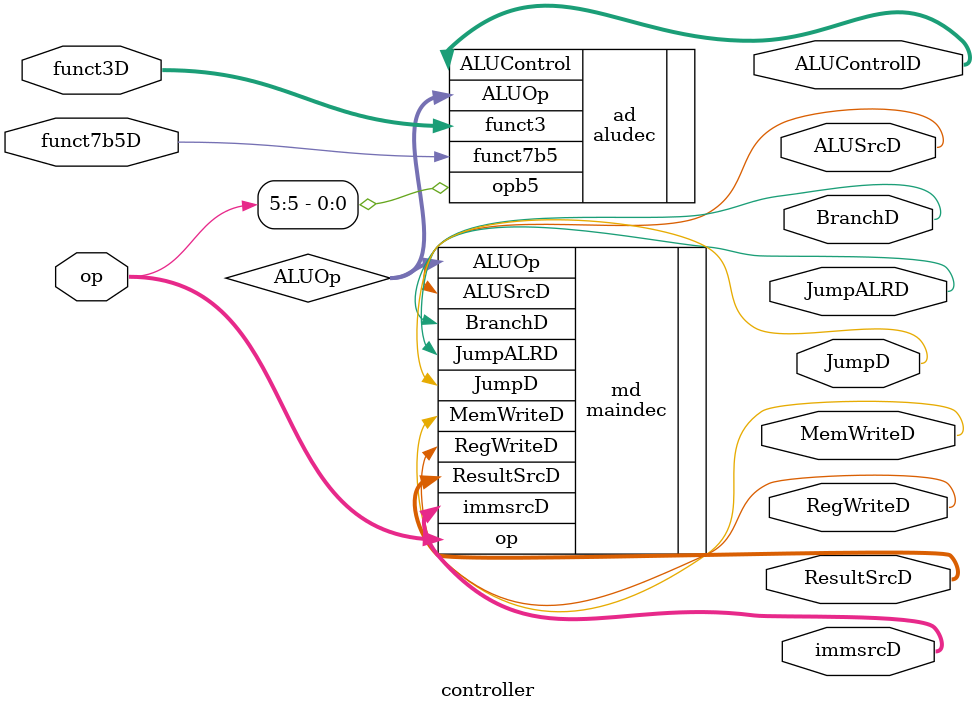
<source format=sv>
module controller
    (
        input   logic [6:0] op,
        input   logic [2:0] funct3D,
        input   logic       funct7b5D,
        output  logic [1:0] ResultSrcD,
        output  logic       MemWriteD,
        output  logic       ALUSrcD,
        output  logic       RegWriteD, JumpD, JumpALRD, BranchD,
        output  logic [2:0] immsrcD,
        output  logic [3:0] ALUControlD
    );
    //  internal signals
    logic [1:0] ALUOp;
    maindec md(.op, .ResultSrcD, .MemWriteD, .BranchD, .ALUSrcD, .RegWriteD,
                .JumpD, .JumpALRD, .immsrcD, .ALUOp);
    aludec ad(.opb5(op[5]), .funct3(funct3D), .funct7b5(funct7b5D), 
                .ALUOp, .ALUControl(ALUControlD));
    
    
        
    
endmodule

</source>
